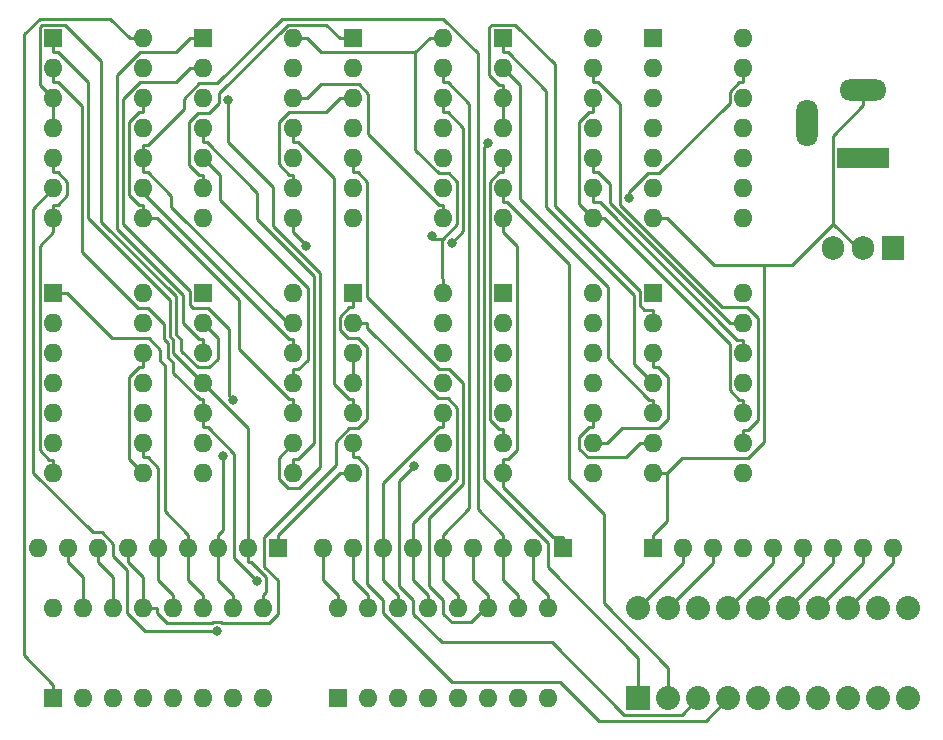
<source format=gbr>
%TF.GenerationSoftware,KiCad,Pcbnew,7.0.7*%
%TF.CreationDate,2023-10-12T01:51:54+03:00*%
%TF.ProjectId,main,6d61696e-2e6b-4696-9361-645f70636258,rev?*%
%TF.SameCoordinates,Original*%
%TF.FileFunction,Copper,L2,Bot*%
%TF.FilePolarity,Positive*%
%FSLAX46Y46*%
G04 Gerber Fmt 4.6, Leading zero omitted, Abs format (unit mm)*
G04 Created by KiCad (PCBNEW 7.0.7) date 2023-10-12 01:51:54*
%MOMM*%
%LPD*%
G01*
G04 APERTURE LIST*
%TA.AperFunction,ComponentPad*%
%ADD10R,4.400000X1.800000*%
%TD*%
%TA.AperFunction,ComponentPad*%
%ADD11O,4.000000X1.800000*%
%TD*%
%TA.AperFunction,ComponentPad*%
%ADD12O,1.800000X4.000000*%
%TD*%
%TA.AperFunction,ComponentPad*%
%ADD13R,1.600000X1.600000*%
%TD*%
%TA.AperFunction,ComponentPad*%
%ADD14O,1.600000X1.600000*%
%TD*%
%TA.AperFunction,ComponentPad*%
%ADD15R,1.905000X2.000000*%
%TD*%
%TA.AperFunction,ComponentPad*%
%ADD16O,1.905000X2.000000*%
%TD*%
%TA.AperFunction,ComponentPad*%
%ADD17R,2.032000X2.032000*%
%TD*%
%TA.AperFunction,ComponentPad*%
%ADD18C,2.032000*%
%TD*%
%TA.AperFunction,ViaPad*%
%ADD19C,0.800000*%
%TD*%
%TA.AperFunction,Conductor*%
%ADD20C,0.250000*%
%TD*%
G04 APERTURE END LIST*
D10*
%TO.P,J1,1*%
%TO.N,Net-(U1-IN)*%
X124460000Y-44450000D03*
D11*
%TO.P,J1,2*%
%TO.N,GND*%
X124460000Y-38650000D03*
D12*
%TO.P,J1,3*%
%TO.N,N/C*%
X119660000Y-41450000D03*
%TD*%
D13*
%TO.P,OR2,1*%
%TO.N,Net-(AND3-Pad3)*%
X93980000Y-55875000D03*
D14*
%TO.P,OR2,2*%
%TO.N,Net-(AND3-Pad6)*%
X93980000Y-58415000D03*
%TO.P,OR2,3*%
%TO.N,/full_adder4/C_{in}*%
X93980000Y-60955000D03*
%TO.P,OR2,4*%
%TO.N,Net-(AND3-Pad8)*%
X93980000Y-63495000D03*
%TO.P,OR2,5*%
%TO.N,Net-(AND3-Pad11)*%
X93980000Y-66035000D03*
%TO.P,OR2,6*%
%TO.N,/full_adder4/C_{out}*%
X93980000Y-68575000D03*
%TO.P,OR2,7,GND*%
%TO.N,GND*%
X93980000Y-71115000D03*
%TO.P,OR2,8*%
%TO.N,/full_adder6/C_{out}*%
X101600000Y-71115000D03*
%TO.P,OR2,9*%
%TO.N,Net-(AND4-Pad3)*%
X101600000Y-68575000D03*
%TO.P,OR2,10*%
%TO.N,Net-(AND4-Pad6)*%
X101600000Y-66035000D03*
%TO.P,OR2,11*%
%TO.N,/full_adder7/C_{out}*%
X101600000Y-63495000D03*
%TO.P,OR2,12*%
%TO.N,Net-(AND4-Pad8)*%
X101600000Y-60955000D03*
%TO.P,OR2,13*%
%TO.N,Net-(AND4-Pad11)*%
X101600000Y-58415000D03*
%TO.P,OR2,14,VCC*%
%TO.N,+5V*%
X101600000Y-55875000D03*
%TD*%
D13*
%TO.P,AND3,1*%
%TO.N,/full_adder3/C_{out}*%
X106680000Y-34295000D03*
D14*
%TO.P,AND3,2*%
%TO.N,Net-(AND3-Pad2)*%
X106680000Y-36835000D03*
%TO.P,AND3,3*%
%TO.N,Net-(AND3-Pad3)*%
X106680000Y-39375000D03*
%TO.P,AND3,4*%
%TO.N,A_{4}*%
X106680000Y-41915000D03*
%TO.P,AND3,5*%
%TO.N,B_{4}*%
X106680000Y-44455000D03*
%TO.P,AND3,6*%
%TO.N,Net-(AND3-Pad6)*%
X106680000Y-46995000D03*
%TO.P,AND3,7,GND*%
%TO.N,GND*%
X106680000Y-49535000D03*
%TO.P,AND3,8*%
%TO.N,Net-(AND3-Pad8)*%
X114300000Y-49535000D03*
%TO.P,AND3,9*%
%TO.N,/full_adder4/C_{in}*%
X114300000Y-46995000D03*
%TO.P,AND3,10*%
%TO.N,Net-(AND3-Pad10)*%
X114300000Y-44455000D03*
%TO.P,AND3,11*%
%TO.N,Net-(AND3-Pad11)*%
X114300000Y-41915000D03*
%TO.P,AND3,12*%
%TO.N,A_{5}*%
X114300000Y-39375000D03*
%TO.P,AND3,13*%
%TO.N,B_{5}*%
X114300000Y-36835000D03*
%TO.P,AND3,14,VCC*%
%TO.N,+5V*%
X114300000Y-34295000D03*
%TD*%
D13*
%TO.P,XOR3,1*%
%TO.N,A_{4}*%
X81280000Y-55875000D03*
D14*
%TO.P,XOR3,2*%
%TO.N,B_{4}*%
X81280000Y-58415000D03*
%TO.P,XOR3,3*%
%TO.N,Net-(AND3-Pad2)*%
X81280000Y-60955000D03*
%TO.P,XOR3,4*%
X81280000Y-63495000D03*
%TO.P,XOR3,5*%
%TO.N,/full_adder3/C_{out}*%
X81280000Y-66035000D03*
%TO.P,XOR3,6*%
%TO.N,C_{4}*%
X81280000Y-68575000D03*
%TO.P,XOR3,7,GND*%
%TO.N,GND*%
X81280000Y-71115000D03*
%TO.P,XOR3,8*%
%TO.N,Net-(AND3-Pad10)*%
X88900000Y-71115000D03*
%TO.P,XOR3,9*%
%TO.N,A_{5}*%
X88900000Y-68575000D03*
%TO.P,XOR3,10*%
%TO.N,B_{5}*%
X88900000Y-66035000D03*
%TO.P,XOR3,11*%
%TO.N,C_{5}*%
X88900000Y-63495000D03*
%TO.P,XOR3,12*%
%TO.N,Net-(AND3-Pad10)*%
X88900000Y-60955000D03*
%TO.P,XOR3,13*%
%TO.N,/full_adder4/C_{in}*%
X88900000Y-58415000D03*
%TO.P,XOR3,14,VCC*%
%TO.N,+5V*%
X88900000Y-55875000D03*
%TD*%
D15*
%TO.P,U1,1,IN*%
%TO.N,Net-(U1-IN)*%
X127000000Y-52070000D03*
D16*
%TO.P,U1,2,GND*%
%TO.N,GND*%
X124460000Y-52070000D03*
%TO.P,U1,3,OUT*%
%TO.N,+5V*%
X121920000Y-52070000D03*
%TD*%
D13*
%TO.P,SW2,1*%
%TO.N,+5V*%
X80010000Y-90170000D03*
D14*
%TO.P,SW2,2*%
X82550000Y-90170000D03*
%TO.P,SW2,3*%
X85090000Y-90170000D03*
%TO.P,SW2,4*%
X87630000Y-90170000D03*
%TO.P,SW2,5*%
X90170000Y-90170000D03*
%TO.P,SW2,6*%
X92710000Y-90170000D03*
%TO.P,SW2,7*%
X95250000Y-90170000D03*
%TO.P,SW2,8*%
X97790000Y-90170000D03*
%TO.P,SW2,9*%
%TO.N,B_{0}*%
X97790000Y-82550000D03*
%TO.P,SW2,10*%
%TO.N,B_{1}*%
X95250000Y-82550000D03*
%TO.P,SW2,11*%
%TO.N,B_{2}*%
X92710000Y-82550000D03*
%TO.P,SW2,12*%
%TO.N,B_{3}*%
X90170000Y-82550000D03*
%TO.P,SW2,13*%
%TO.N,B_{4}*%
X87630000Y-82550000D03*
%TO.P,SW2,14*%
%TO.N,B_{5}*%
X85090000Y-82550000D03*
%TO.P,SW2,15*%
%TO.N,B_{6}*%
X82550000Y-82550000D03*
%TO.P,SW2,16*%
%TO.N,B_{7}*%
X80010000Y-82550000D03*
%TD*%
D13*
%TO.P,RN2,1,common*%
%TO.N,GND*%
X99060000Y-77470000D03*
D14*
%TO.P,RN2,2,R1*%
%TO.N,B_{0}*%
X96520000Y-77470000D03*
%TO.P,RN2,3,R2*%
%TO.N,B_{1}*%
X93980000Y-77470000D03*
%TO.P,RN2,4,R3*%
%TO.N,B_{2}*%
X91440000Y-77470000D03*
%TO.P,RN2,5,R4*%
%TO.N,B_{3}*%
X88900000Y-77470000D03*
%TO.P,RN2,6,R5*%
%TO.N,B_{4}*%
X86360000Y-77470000D03*
%TO.P,RN2,7,R6*%
%TO.N,B_{5}*%
X83820000Y-77470000D03*
%TO.P,RN2,8,R7*%
%TO.N,B_{6}*%
X81280000Y-77470000D03*
%TO.P,RN2,9,R8*%
%TO.N,B_{7}*%
X78740000Y-77470000D03*
%TD*%
D13*
%TO.P,OR1,1*%
%TO.N,Net-(AND1-Pad3)*%
X68580000Y-34290000D03*
D14*
%TO.P,OR1,2*%
%TO.N,Net-(AND1-Pad6)*%
X68580000Y-36830000D03*
%TO.P,OR1,3*%
%TO.N,/full_adder/C_{out}*%
X68580000Y-39370000D03*
%TO.P,OR1,4*%
%TO.N,Net-(AND1-Pad8)*%
X68580000Y-41910000D03*
%TO.P,OR1,5*%
%TO.N,Net-(AND1-Pad11)*%
X68580000Y-44450000D03*
%TO.P,OR1,6*%
%TO.N,/full_adder1/C_{out}*%
X68580000Y-46990000D03*
%TO.P,OR1,7,GND*%
%TO.N,GND*%
X68580000Y-49530000D03*
%TO.P,OR1,8*%
%TO.N,/full_adder2/C_{out}*%
X76200000Y-49530000D03*
%TO.P,OR1,9*%
%TO.N,Net-(AND2-Pad3)*%
X76200000Y-46990000D03*
%TO.P,OR1,10*%
%TO.N,Net-(AND2-Pad6)*%
X76200000Y-44450000D03*
%TO.P,OR1,11*%
%TO.N,/full_adder3/C_{out}*%
X76200000Y-41910000D03*
%TO.P,OR1,12*%
%TO.N,Net-(AND2-Pad8)*%
X76200000Y-39370000D03*
%TO.P,OR1,13*%
%TO.N,Net-(AND2-Pad11)*%
X76200000Y-36830000D03*
%TO.P,OR1,14,VCC*%
%TO.N,+5V*%
X76200000Y-34290000D03*
%TD*%
D13*
%TO.P,SW1,1*%
%TO.N,+5V*%
X55880000Y-90170000D03*
D14*
%TO.P,SW1,2*%
X58420000Y-90170000D03*
%TO.P,SW1,3*%
X60960000Y-90170000D03*
%TO.P,SW1,4*%
X63500000Y-90170000D03*
%TO.P,SW1,5*%
X66040000Y-90170000D03*
%TO.P,SW1,6*%
X68580000Y-90170000D03*
%TO.P,SW1,7*%
X71120000Y-90170000D03*
%TO.P,SW1,8*%
X73660000Y-90170000D03*
%TO.P,SW1,9*%
%TO.N,A_{0}*%
X73660000Y-82550000D03*
%TO.P,SW1,10*%
%TO.N,A_{1}*%
X71120000Y-82550000D03*
%TO.P,SW1,11*%
%TO.N,A_{2}*%
X68580000Y-82550000D03*
%TO.P,SW1,12*%
%TO.N,A_{3}*%
X66040000Y-82550000D03*
%TO.P,SW1,13*%
%TO.N,A_{4}*%
X63500000Y-82550000D03*
%TO.P,SW1,14*%
%TO.N,A_{5}*%
X60960000Y-82550000D03*
%TO.P,SW1,15*%
%TO.N,A_{6}*%
X58420000Y-82550000D03*
%TO.P,SW1,16*%
%TO.N,A_{7}*%
X55880000Y-82550000D03*
%TD*%
D13*
%TO.P,RN1,1,common*%
%TO.N,GND*%
X74930000Y-77470000D03*
D14*
%TO.P,RN1,2,R1*%
%TO.N,A_{0}*%
X72390000Y-77470000D03*
%TO.P,RN1,3,R2*%
%TO.N,A_{1}*%
X69850000Y-77470000D03*
%TO.P,RN1,4,R3*%
%TO.N,A_{2}*%
X67310000Y-77470000D03*
%TO.P,RN1,5,R4*%
%TO.N,A_{3}*%
X64770000Y-77470000D03*
%TO.P,RN1,6,R5*%
%TO.N,A_{4}*%
X62230000Y-77470000D03*
%TO.P,RN1,7,R6*%
%TO.N,A_{5}*%
X59690000Y-77470000D03*
%TO.P,RN1,8,R7*%
%TO.N,A_{6}*%
X57150000Y-77470000D03*
%TO.P,RN1,9,R8*%
%TO.N,A_{7}*%
X54610000Y-77470000D03*
%TD*%
D13*
%TO.P,XOR2,1*%
%TO.N,A_{2}*%
X55880000Y-55880000D03*
D14*
%TO.P,XOR2,2*%
%TO.N,B_{2}*%
X55880000Y-58420000D03*
%TO.P,XOR2,3*%
%TO.N,Net-(AND2-Pad2)*%
X55880000Y-60960000D03*
%TO.P,XOR2,4*%
X55880000Y-63500000D03*
%TO.P,XOR2,5*%
%TO.N,/full_adder1/C_{out}*%
X55880000Y-66040000D03*
%TO.P,XOR2,6*%
%TO.N,C_{2}*%
X55880000Y-68580000D03*
%TO.P,XOR2,7,GND*%
%TO.N,GND*%
X55880000Y-71120000D03*
%TO.P,XOR2,8*%
%TO.N,Net-(AND2-Pad10)*%
X63500000Y-71120000D03*
%TO.P,XOR2,9*%
%TO.N,A_{3}*%
X63500000Y-68580000D03*
%TO.P,XOR2,10*%
%TO.N,B_{3}*%
X63500000Y-66040000D03*
%TO.P,XOR2,11*%
%TO.N,C_{3}*%
X63500000Y-63500000D03*
%TO.P,XOR2,12*%
%TO.N,Net-(AND2-Pad10)*%
X63500000Y-60960000D03*
%TO.P,XOR2,13*%
%TO.N,/full_adder2/C_{out}*%
X63500000Y-58420000D03*
%TO.P,XOR2,14,VCC*%
%TO.N,+5V*%
X63500000Y-55880000D03*
%TD*%
D17*
%TO.P,BAR1,1,A*%
%TO.N,C_{7}*%
X105410000Y-90170000D03*
D18*
%TO.P,BAR1,2,A*%
%TO.N,C_{6}*%
X107950000Y-90170000D03*
%TO.P,BAR1,3,A*%
%TO.N,C_{5}*%
X110490000Y-90170000D03*
%TO.P,BAR1,4,A*%
%TO.N,C_{4}*%
X113030000Y-90170000D03*
%TO.P,BAR1,5,A*%
%TO.N,C_{3}*%
X115570000Y-90170000D03*
%TO.P,BAR1,6,A*%
%TO.N,C_{2}*%
X118110000Y-90170000D03*
%TO.P,BAR1,7,A*%
%TO.N,C_{1}*%
X120650000Y-90170000D03*
%TO.P,BAR1,8,A*%
%TO.N,C_{0}*%
X123190000Y-90170000D03*
%TO.P,BAR1,9,A*%
%TO.N,unconnected-(BAR1-A-Pad9)*%
X125730000Y-90170000D03*
%TO.P,BAR1,10,A*%
%TO.N,unconnected-(BAR1-A-Pad10)*%
X128270000Y-90170000D03*
%TO.P,BAR1,11,K*%
%TO.N,unconnected-(BAR1-K-Pad11)*%
X128270000Y-82550000D03*
%TO.P,BAR1,12,K*%
%TO.N,unconnected-(BAR1-K-Pad12)*%
X125730000Y-82550000D03*
%TO.P,BAR1,13,K*%
%TO.N,Net-(RN3-R8)*%
X123190000Y-82550000D03*
%TO.P,BAR1,14,K*%
%TO.N,Net-(RN3-R7)*%
X120650000Y-82550000D03*
%TO.P,BAR1,15,K*%
%TO.N,Net-(RN3-R6)*%
X118110000Y-82550000D03*
%TO.P,BAR1,16,K*%
%TO.N,Net-(RN3-R5)*%
X115570000Y-82550000D03*
%TO.P,BAR1,17,K*%
%TO.N,Net-(RN3-R4)*%
X113030000Y-82550000D03*
%TO.P,BAR1,18,K*%
%TO.N,Net-(RN3-R3)*%
X110490000Y-82550000D03*
%TO.P,BAR1,19,K*%
%TO.N,Net-(RN3-R2)*%
X107950000Y-82550000D03*
%TO.P,BAR1,20,K*%
%TO.N,Net-(RN3-R1)*%
X105410000Y-82550000D03*
%TD*%
D13*
%TO.P,XOR4,1*%
%TO.N,A_{6}*%
X93980000Y-34290000D03*
D14*
%TO.P,XOR4,2*%
%TO.N,B_{6}*%
X93980000Y-36830000D03*
%TO.P,XOR4,3*%
%TO.N,Net-(AND4-Pad2)*%
X93980000Y-39370000D03*
%TO.P,XOR4,4*%
X93980000Y-41910000D03*
%TO.P,XOR4,5*%
%TO.N,/full_adder4/C_{out}*%
X93980000Y-44450000D03*
%TO.P,XOR4,6*%
%TO.N,C_{6}*%
X93980000Y-46990000D03*
%TO.P,XOR4,7,GND*%
%TO.N,GND*%
X93980000Y-49530000D03*
%TO.P,XOR4,8*%
%TO.N,Net-(AND4-Pad10)*%
X101600000Y-49530000D03*
%TO.P,XOR4,9*%
%TO.N,A_{7}*%
X101600000Y-46990000D03*
%TO.P,XOR4,10*%
%TO.N,B_{7}*%
X101600000Y-44450000D03*
%TO.P,XOR4,11*%
%TO.N,C_{7}*%
X101600000Y-41910000D03*
%TO.P,XOR4,12*%
%TO.N,Net-(AND4-Pad10)*%
X101600000Y-39370000D03*
%TO.P,XOR4,13*%
%TO.N,/full_adder6/C_{out}*%
X101600000Y-36830000D03*
%TO.P,XOR4,14,VCC*%
%TO.N,+5V*%
X101600000Y-34290000D03*
%TD*%
D13*
%TO.P,RN3,1,common*%
%TO.N,GND*%
X106680000Y-77470000D03*
D14*
%TO.P,RN3,2,R1*%
%TO.N,Net-(RN3-R1)*%
X109220000Y-77470000D03*
%TO.P,RN3,3,R2*%
%TO.N,Net-(RN3-R2)*%
X111760000Y-77470000D03*
%TO.P,RN3,4,R3*%
%TO.N,Net-(RN3-R3)*%
X114300000Y-77470000D03*
%TO.P,RN3,5,R4*%
%TO.N,Net-(RN3-R4)*%
X116840000Y-77470000D03*
%TO.P,RN3,6,R5*%
%TO.N,Net-(RN3-R5)*%
X119380000Y-77470000D03*
%TO.P,RN3,7,R6*%
%TO.N,Net-(RN3-R6)*%
X121920000Y-77470000D03*
%TO.P,RN3,8,R7*%
%TO.N,Net-(RN3-R7)*%
X124460000Y-77470000D03*
%TO.P,RN3,9,R8*%
%TO.N,Net-(RN3-R8)*%
X127000000Y-77470000D03*
%TD*%
D13*
%TO.P,XOR1,1*%
%TO.N,A_{0}*%
X55880000Y-34290000D03*
D14*
%TO.P,XOR1,2*%
%TO.N,B_{0}*%
X55880000Y-36830000D03*
%TO.P,XOR1,3*%
%TO.N,Net-(AND1-Pad2)*%
X55880000Y-39370000D03*
%TO.P,XOR1,4*%
X55880000Y-41910000D03*
%TO.P,XOR1,5*%
%TO.N,GND*%
X55880000Y-44450000D03*
%TO.P,XOR1,6*%
%TO.N,C_{0}*%
X55880000Y-46990000D03*
%TO.P,XOR1,7,GND*%
%TO.N,GND*%
X55880000Y-49530000D03*
%TO.P,XOR1,8*%
%TO.N,Net-(AND1-Pad10)*%
X63500000Y-49530000D03*
%TO.P,XOR1,9*%
%TO.N,A_{1}*%
X63500000Y-46990000D03*
%TO.P,XOR1,10*%
%TO.N,B_{1}*%
X63500000Y-44450000D03*
%TO.P,XOR1,11*%
%TO.N,C_{1}*%
X63500000Y-41910000D03*
%TO.P,XOR1,12*%
%TO.N,Net-(AND1-Pad10)*%
X63500000Y-39370000D03*
%TO.P,XOR1,13*%
%TO.N,/full_adder/C_{out}*%
X63500000Y-36830000D03*
%TO.P,XOR1,14,VCC*%
%TO.N,+5V*%
X63500000Y-34290000D03*
%TD*%
D13*
%TO.P,AND1,1*%
%TO.N,GND*%
X68580000Y-55875000D03*
D14*
%TO.P,AND1,2*%
%TO.N,Net-(AND1-Pad2)*%
X68580000Y-58415000D03*
%TO.P,AND1,3*%
%TO.N,Net-(AND1-Pad3)*%
X68580000Y-60955000D03*
%TO.P,AND1,4*%
%TO.N,A_{0}*%
X68580000Y-63495000D03*
%TO.P,AND1,5*%
%TO.N,B_{0}*%
X68580000Y-66035000D03*
%TO.P,AND1,6*%
%TO.N,Net-(AND1-Pad6)*%
X68580000Y-68575000D03*
%TO.P,AND1,7,GND*%
%TO.N,GND*%
X68580000Y-71115000D03*
%TO.P,AND1,8*%
%TO.N,Net-(AND1-Pad8)*%
X76200000Y-71115000D03*
%TO.P,AND1,9*%
%TO.N,/full_adder/C_{out}*%
X76200000Y-68575000D03*
%TO.P,AND1,10*%
%TO.N,Net-(AND1-Pad10)*%
X76200000Y-66035000D03*
%TO.P,AND1,11*%
%TO.N,Net-(AND1-Pad11)*%
X76200000Y-63495000D03*
%TO.P,AND1,12*%
%TO.N,A_{1}*%
X76200000Y-60955000D03*
%TO.P,AND1,13*%
%TO.N,B_{1}*%
X76200000Y-58415000D03*
%TO.P,AND1,14,VCC*%
%TO.N,+5V*%
X76200000Y-55875000D03*
%TD*%
D13*
%TO.P,AND4,1*%
%TO.N,/full_adder4/C_{out}*%
X106680000Y-55880000D03*
D14*
%TO.P,AND4,2*%
%TO.N,Net-(AND4-Pad2)*%
X106680000Y-58420000D03*
%TO.P,AND4,3*%
%TO.N,Net-(AND4-Pad3)*%
X106680000Y-60960000D03*
%TO.P,AND4,4*%
%TO.N,A_{6}*%
X106680000Y-63500000D03*
%TO.P,AND4,5*%
%TO.N,B_{6}*%
X106680000Y-66040000D03*
%TO.P,AND4,6*%
%TO.N,Net-(AND4-Pad6)*%
X106680000Y-68580000D03*
%TO.P,AND4,7,GND*%
%TO.N,GND*%
X106680000Y-71120000D03*
%TO.P,AND4,8*%
%TO.N,Net-(AND4-Pad8)*%
X114300000Y-71120000D03*
%TO.P,AND4,9*%
%TO.N,/full_adder6/C_{out}*%
X114300000Y-68580000D03*
%TO.P,AND4,10*%
%TO.N,Net-(AND4-Pad10)*%
X114300000Y-66040000D03*
%TO.P,AND4,11*%
%TO.N,Net-(AND4-Pad11)*%
X114300000Y-63500000D03*
%TO.P,AND4,12*%
%TO.N,A_{7}*%
X114300000Y-60960000D03*
%TO.P,AND4,13*%
%TO.N,B_{7}*%
X114300000Y-58420000D03*
%TO.P,AND4,14,VCC*%
%TO.N,+5V*%
X114300000Y-55880000D03*
%TD*%
D13*
%TO.P,AND2,1*%
%TO.N,/full_adder1/C_{out}*%
X81280000Y-34290000D03*
D14*
%TO.P,AND2,2*%
%TO.N,Net-(AND2-Pad2)*%
X81280000Y-36830000D03*
%TO.P,AND2,3*%
%TO.N,Net-(AND2-Pad3)*%
X81280000Y-39370000D03*
%TO.P,AND2,4*%
%TO.N,A_{2}*%
X81280000Y-41910000D03*
%TO.P,AND2,5*%
%TO.N,B_{2}*%
X81280000Y-44450000D03*
%TO.P,AND2,6*%
%TO.N,Net-(AND2-Pad6)*%
X81280000Y-46990000D03*
%TO.P,AND2,7,GND*%
%TO.N,GND*%
X81280000Y-49530000D03*
%TO.P,AND2,8*%
%TO.N,Net-(AND2-Pad8)*%
X88900000Y-49530000D03*
%TO.P,AND2,9*%
%TO.N,/full_adder2/C_{out}*%
X88900000Y-46990000D03*
%TO.P,AND2,10*%
%TO.N,Net-(AND2-Pad10)*%
X88900000Y-44450000D03*
%TO.P,AND2,11*%
%TO.N,Net-(AND2-Pad11)*%
X88900000Y-41910000D03*
%TO.P,AND2,12*%
%TO.N,A_{3}*%
X88900000Y-39370000D03*
%TO.P,AND2,13*%
%TO.N,B_{3}*%
X88900000Y-36830000D03*
%TO.P,AND2,14,VCC*%
%TO.N,+5V*%
X88900000Y-34290000D03*
%TD*%
D19*
%TO.N,B_{0}*%
X73086400Y-80215700D03*
%TO.N,Net-(AND1-Pad6)*%
X71102900Y-64902400D03*
%TO.N,/full_adder/C_{out}*%
X70673200Y-39505500D03*
%TO.N,A_{1}*%
X70220600Y-69633800D03*
%TO.N,+5V*%
X87915800Y-51011900D03*
%TO.N,/full_adder2/C_{out}*%
X77291900Y-51839200D03*
%TO.N,A_{3}*%
X89585800Y-51629800D03*
%TO.N,B_{5}*%
X104626400Y-47793300D03*
%TO.N,C_{0}*%
X69731500Y-84442200D03*
%TO.N,C_{5}*%
X86415000Y-70457400D03*
%TO.N,C_{7}*%
X92666600Y-43180000D03*
%TD*%
D20*
%TO.N,GND*%
X106680000Y-49535000D02*
X107856900Y-49535000D01*
X56245800Y-45626900D02*
X57057000Y-46438100D01*
X55880000Y-48941500D02*
X55880000Y-48353100D01*
X106680000Y-77470000D02*
X106680000Y-76293100D01*
X57057000Y-47543900D02*
X56247800Y-48353100D01*
X94345800Y-69938100D02*
X93980000Y-69938100D01*
X114704300Y-69850000D02*
X116058400Y-68495900D01*
X99060000Y-76501000D02*
X98189100Y-76501000D01*
X98189100Y-76501000D02*
X93980000Y-72291900D01*
X56247800Y-48353100D02*
X55880000Y-48353100D01*
X124460000Y-38650000D02*
X124460000Y-39926900D01*
X55880000Y-69943100D02*
X55512100Y-69943100D01*
X54703100Y-69134100D02*
X54703100Y-51883800D01*
X107856900Y-75116200D02*
X107856900Y-71120000D01*
X55880000Y-49530000D02*
X55880000Y-50706900D01*
X107856900Y-71120000D02*
X109126900Y-69850000D01*
X57057000Y-46438100D02*
X57057000Y-47543900D01*
X116058400Y-53480000D02*
X111801900Y-53480000D01*
X80103100Y-71120000D02*
X80103100Y-71115000D01*
X118367800Y-53480000D02*
X116058400Y-53480000D01*
X99060000Y-77470000D02*
X99060000Y-76501000D01*
X55880000Y-71120000D02*
X55880000Y-69943100D01*
X95156900Y-69127000D02*
X94345800Y-69938100D01*
X121876800Y-49971000D02*
X118367800Y-53480000D01*
X93980000Y-49530000D02*
X93980000Y-50706900D01*
X121876800Y-42510100D02*
X124460000Y-39926900D01*
X54703100Y-51883800D02*
X55880000Y-50706900D01*
X124460000Y-52070000D02*
X123975800Y-52070000D01*
X116058400Y-68495900D02*
X116058400Y-53480000D01*
X106680000Y-71120000D02*
X107856900Y-71120000D01*
X81280000Y-71115000D02*
X80103100Y-71115000D01*
X111801900Y-53480000D02*
X107856900Y-49535000D01*
X93980000Y-71115000D02*
X93980000Y-72291900D01*
X55880000Y-44450000D02*
X55880000Y-45626900D01*
X121876800Y-49971000D02*
X121876800Y-42510100D01*
X95156900Y-51883800D02*
X95156900Y-69127000D01*
X55880000Y-45626900D02*
X56245800Y-45626900D01*
X74930000Y-77470000D02*
X74930000Y-76293100D01*
X93980000Y-50706900D02*
X95156900Y-51883800D01*
X55512100Y-69943100D02*
X54703100Y-69134100D01*
X109126900Y-69850000D02*
X114704300Y-69850000D01*
X93980000Y-71115000D02*
X93980000Y-69938100D01*
X123975800Y-52070000D02*
X121876800Y-49971000D01*
X74930000Y-76293100D02*
X80103100Y-71120000D01*
X55880000Y-48941500D02*
X55880000Y-49530000D01*
X106680000Y-76293100D02*
X107856900Y-75116200D01*
%TO.N,Net-(AND1-Pad2)*%
X55880000Y-39370000D02*
X55880000Y-41910000D01*
X69065900Y-62149800D02*
X69781100Y-61434600D01*
X66720300Y-59796500D02*
X66720300Y-60767400D01*
X54701800Y-33328700D02*
X54917400Y-33113100D01*
X68102700Y-62149800D02*
X69065900Y-62149800D01*
X54917400Y-33113100D02*
X56837300Y-33113100D01*
X59919500Y-36195300D02*
X59919500Y-49797500D01*
X69781100Y-59616100D02*
X68580000Y-58415000D01*
X66720300Y-60767400D02*
X68102700Y-62149800D01*
X54701800Y-38191800D02*
X54701800Y-33328700D01*
X55880000Y-39370000D02*
X54701800Y-38191800D01*
X69781100Y-61434600D02*
X69781100Y-59616100D01*
X59919500Y-49797500D02*
X66218500Y-56096500D01*
X56837300Y-33113100D02*
X59919500Y-36195300D01*
X66218500Y-59294700D02*
X66720300Y-59796500D01*
X66218500Y-56096500D02*
X66218500Y-59294700D01*
%TO.N,Net-(AND1-Pad3)*%
X63183700Y-35466900D02*
X61251300Y-37399300D01*
X61251300Y-37399300D02*
X61251300Y-50410800D01*
X68580000Y-60955000D02*
X68580000Y-59778100D01*
X67403100Y-34290000D02*
X66226200Y-35466900D01*
X68580000Y-34290000D02*
X67403100Y-34290000D01*
X66226200Y-35466900D02*
X63183700Y-35466900D01*
X61251300Y-50410800D02*
X66878800Y-56038300D01*
X66878800Y-58421300D02*
X68235600Y-59778100D01*
X66878800Y-56038300D02*
X66878800Y-58421300D01*
X68235600Y-59778100D02*
X68580000Y-59778100D01*
%TO.N,A_{0}*%
X72637200Y-78646900D02*
X72390000Y-78646900D01*
X72390000Y-77470000D02*
X72390000Y-78646900D01*
X58775600Y-37994700D02*
X58775600Y-49491300D01*
X73888200Y-81144900D02*
X73888200Y-79897900D01*
X55880000Y-34290000D02*
X55880000Y-35466900D01*
X55880000Y-35466900D02*
X56247800Y-35466900D01*
X73660000Y-81373100D02*
X73888200Y-81144900D01*
X73660000Y-82550000D02*
X73660000Y-81373100D01*
X72390000Y-77470000D02*
X72390000Y-67305000D01*
X72390000Y-67305000D02*
X68580000Y-63495000D01*
X73888200Y-79897900D02*
X72637200Y-78646900D01*
X65716500Y-56432200D02*
X65716500Y-59502600D01*
X66041700Y-59827800D02*
X66041700Y-60956700D01*
X66041700Y-60956700D02*
X68580000Y-63495000D01*
X56247800Y-35466900D02*
X58775600Y-37994700D01*
X65716500Y-59502600D02*
X66041700Y-59827800D01*
X58775600Y-49491300D02*
X65716500Y-56432200D01*
%TO.N,B_{0}*%
X96520000Y-80103100D02*
X97790000Y-81373100D01*
X56245800Y-38006900D02*
X58267800Y-40028900D01*
X66041600Y-61761200D02*
X66041600Y-62637100D01*
X55880000Y-36830000D02*
X55880000Y-38006900D01*
X55880000Y-38006900D02*
X56245800Y-38006900D01*
X65539700Y-61259300D02*
X66041600Y-61761200D01*
X66041600Y-62637100D02*
X68262600Y-64858100D01*
X71186100Y-78315400D02*
X73086400Y-80215700D01*
X68262600Y-64858100D02*
X68580000Y-64858100D01*
X65539700Y-60035600D02*
X65539700Y-61259300D01*
X68580000Y-66035000D02*
X68580000Y-64858100D01*
X97790000Y-82550000D02*
X97790000Y-81373100D01*
X96520000Y-77470000D02*
X96520000Y-80103100D01*
X58267800Y-52394100D02*
X63023700Y-57150000D01*
X68945800Y-67211900D02*
X71186100Y-69452200D01*
X63023700Y-57150000D02*
X63922600Y-57150000D01*
X65214600Y-58442000D02*
X65214600Y-59710500D01*
X68580000Y-67211900D02*
X68945800Y-67211900D01*
X63922600Y-57150000D02*
X65214600Y-58442000D01*
X68580000Y-66035000D02*
X68580000Y-67211900D01*
X58267800Y-40028900D02*
X58267800Y-52394100D01*
X71186100Y-69452200D02*
X71186100Y-78315400D01*
X65214600Y-59710500D02*
X65539700Y-60035600D01*
%TO.N,Net-(AND1-Pad6)*%
X61777600Y-39423700D02*
X61777600Y-50016700D01*
X68580000Y-36830000D02*
X67403100Y-36830000D01*
X61777600Y-50016700D02*
X67403100Y-55642200D01*
X66226200Y-38006900D02*
X63194400Y-38006900D01*
X68995400Y-57145000D02*
X70771500Y-58921100D01*
X67403100Y-56831000D02*
X67717100Y-57145000D01*
X67403100Y-36830000D02*
X66226200Y-38006900D01*
X70771500Y-58921100D02*
X70771500Y-64571000D01*
X70771500Y-64571000D02*
X71102900Y-64902400D01*
X63194400Y-38006900D02*
X61777600Y-39423700D01*
X67403100Y-55642200D02*
X67403100Y-56831000D01*
X67717100Y-57145000D02*
X68995400Y-57145000D01*
%TO.N,Net-(AND1-Pad8)*%
X73142000Y-49617700D02*
X73142000Y-47346400D01*
X68580000Y-41910000D02*
X68580000Y-43086900D01*
X77923700Y-54399400D02*
X73142000Y-49617700D01*
X76567800Y-69938100D02*
X77923700Y-68582200D01*
X77923700Y-68582200D02*
X77923700Y-54399400D01*
X73142000Y-47346400D02*
X68882500Y-43086900D01*
X76200000Y-71115000D02*
X76200000Y-69938100D01*
X68882500Y-43086900D02*
X68580000Y-43086900D01*
X76200000Y-69938100D02*
X76567800Y-69938100D01*
%TO.N,/full_adder/C_{out}*%
X74479900Y-50174600D02*
X74479900Y-46871900D01*
X74981300Y-69793700D02*
X74981300Y-71567600D01*
X78450300Y-54145000D02*
X74479900Y-50174600D01*
X76703400Y-72359800D02*
X78450300Y-70612900D01*
X78450300Y-70612900D02*
X78450300Y-54145000D01*
X74479900Y-46871900D02*
X70673200Y-43065200D01*
X74981300Y-71567600D02*
X75773500Y-72359800D01*
X76200000Y-68575000D02*
X74981300Y-69793700D01*
X75773500Y-72359800D02*
X76703400Y-72359800D01*
X70673200Y-43065200D02*
X70673200Y-39505500D01*
%TO.N,Net-(AND1-Pad10)*%
X71596700Y-60622700D02*
X75832100Y-64858100D01*
X75832100Y-64858100D02*
X76200000Y-64858100D01*
X63500000Y-48353100D02*
X63136400Y-48353100D01*
X63132200Y-40546900D02*
X63500000Y-40546900D01*
X62303800Y-47520500D02*
X62303800Y-41375300D01*
X71596700Y-56449800D02*
X71596700Y-60622700D01*
X63500000Y-39370000D02*
X63500000Y-40546900D01*
X76200000Y-66035000D02*
X76200000Y-64858100D01*
X62303800Y-41375300D02*
X63132200Y-40546900D01*
X63500000Y-49530000D02*
X64676900Y-49530000D01*
X64676900Y-49530000D02*
X71596700Y-56449800D01*
X63500000Y-49530000D02*
X63500000Y-48353100D01*
X63136400Y-48353100D02*
X62303800Y-47520500D01*
%TO.N,Net-(AND1-Pad11)*%
X76200000Y-62318100D02*
X76567800Y-62318100D01*
X76200000Y-63495000D02*
X76200000Y-62318100D01*
X77398600Y-61487300D02*
X77398600Y-55409300D01*
X76567800Y-62318100D02*
X77398600Y-61487300D01*
X77398600Y-55409300D02*
X69944600Y-47955300D01*
X69944600Y-47955300D02*
X69944600Y-45814600D01*
X69944600Y-45814600D02*
X68580000Y-44450000D01*
%TO.N,A_{1}*%
X69850000Y-76293100D02*
X70220600Y-75922500D01*
X76200000Y-60955000D02*
X76200000Y-59778100D01*
X63500000Y-47413700D02*
X63500000Y-46990000D01*
X71120000Y-82550000D02*
X71120000Y-81373100D01*
X76200000Y-59778100D02*
X75864400Y-59778100D01*
X69850000Y-77470000D02*
X69850000Y-80103100D01*
X70220600Y-75922500D02*
X70220600Y-69633800D01*
X69850000Y-77470000D02*
X69850000Y-76293100D01*
X69850000Y-80103100D02*
X71120000Y-81373100D01*
X75864400Y-59778100D02*
X63500000Y-47413700D01*
%TO.N,B_{1}*%
X65830400Y-48527700D02*
X65830400Y-47591500D01*
X75233100Y-32610400D02*
X69743500Y-38100000D01*
X66892000Y-40246900D02*
X63865800Y-43273100D01*
X88898700Y-32610400D02*
X75233100Y-32610400D01*
X66892000Y-39381500D02*
X66892000Y-40246900D01*
X93980000Y-76293100D02*
X91797400Y-74110500D01*
X68173500Y-38100000D02*
X66892000Y-39381500D01*
X69743500Y-38100000D02*
X68173500Y-38100000D01*
X63500000Y-44450000D02*
X63500000Y-43273100D01*
X95250000Y-81373100D02*
X93980000Y-80103100D01*
X93980000Y-77470000D02*
X93980000Y-76293100D01*
X63865800Y-43273100D02*
X63500000Y-43273100D01*
X63500000Y-44450000D02*
X63500000Y-45626900D01*
X93980000Y-80103100D02*
X93980000Y-77470000D01*
X95250000Y-81961500D02*
X95250000Y-82550000D01*
X91797400Y-35509100D02*
X88898700Y-32610400D01*
X75717700Y-58415000D02*
X65830400Y-48527700D01*
X63865800Y-45626900D02*
X63500000Y-45626900D01*
X91797400Y-74110500D02*
X91797400Y-35509100D01*
X65830400Y-47591500D02*
X63865800Y-45626900D01*
X76200000Y-58415000D02*
X75717700Y-58415000D01*
X95250000Y-81961500D02*
X95250000Y-81373100D01*
%TO.N,+5V*%
X88900000Y-34290000D02*
X87723100Y-34290000D01*
X88883800Y-51233200D02*
X88795300Y-51233200D01*
X53380200Y-86493300D02*
X55880000Y-88993100D01*
X90082300Y-50034700D02*
X88883800Y-51233200D01*
X62323100Y-34290000D02*
X60644300Y-32611200D01*
X63500000Y-34290000D02*
X62323100Y-34290000D01*
X88795300Y-51233200D02*
X88137100Y-51233200D01*
X55880000Y-90170000D02*
X55880000Y-88993100D01*
X88795300Y-51233200D02*
X88795300Y-54593400D01*
X88900000Y-55875000D02*
X88900000Y-54698100D01*
X76200000Y-34290000D02*
X77376900Y-34290000D01*
X86532500Y-35480600D02*
X87723100Y-34290000D01*
X90082300Y-46421200D02*
X90082300Y-50034700D01*
X86532500Y-35480600D02*
X86532500Y-43764000D01*
X86532500Y-43764000D02*
X88488500Y-45720000D01*
X88488500Y-45720000D02*
X89381100Y-45720000D01*
X53380200Y-33940500D02*
X53380200Y-86493300D01*
X60644300Y-32611200D02*
X54709500Y-32611200D01*
X77376900Y-34290000D02*
X78567500Y-35480600D01*
X88795300Y-54593400D02*
X88900000Y-54698100D01*
X78567500Y-35480600D02*
X86532500Y-35480600D01*
X54709500Y-32611200D02*
X53380200Y-33940500D01*
X88137100Y-51233200D02*
X87915800Y-51011900D01*
X89381100Y-45720000D02*
X90082300Y-46421200D01*
%TO.N,/full_adder1/C_{out}*%
X67392400Y-41398200D02*
X68150600Y-40640000D01*
X78926200Y-33113100D02*
X80103100Y-34290000D01*
X68580000Y-45813100D02*
X68214200Y-45813100D01*
X68214200Y-45813100D02*
X67392400Y-44991300D01*
X69896300Y-38925400D02*
X75708600Y-33113100D01*
X81280000Y-34290000D02*
X80103100Y-34290000D01*
X67392400Y-44991300D02*
X67392400Y-41398200D01*
X68580000Y-46990000D02*
X68580000Y-45813100D01*
X69026800Y-40640000D02*
X69896300Y-39770500D01*
X69896300Y-39770500D02*
X69896300Y-38925400D01*
X68150600Y-40640000D02*
X69026800Y-40640000D01*
X75708600Y-33113100D02*
X78926200Y-33113100D01*
%TO.N,Net-(AND2-Pad3)*%
X80103100Y-39370000D02*
X78926200Y-40546900D01*
X74980300Y-41396600D02*
X74980300Y-44959200D01*
X76200000Y-46990000D02*
X76200000Y-45813100D01*
X75830000Y-40546900D02*
X74980300Y-41396600D01*
X75834200Y-45813100D02*
X76200000Y-45813100D01*
X78926200Y-40546900D02*
X75830000Y-40546900D01*
X81280000Y-39370000D02*
X80103100Y-39370000D01*
X74980300Y-44959200D02*
X75834200Y-45813100D01*
%TO.N,A_{2}*%
X63963000Y-59690000D02*
X60866900Y-59690000D01*
X67310000Y-76293100D02*
X65289600Y-74272700D01*
X67310000Y-77470000D02*
X67310000Y-76293100D01*
X67310000Y-80103100D02*
X67310000Y-77470000D01*
X64939800Y-60666800D02*
X63963000Y-59690000D01*
X55880000Y-55880000D02*
X57056900Y-55880000D01*
X60866900Y-59690000D02*
X57056900Y-55880000D01*
X68580000Y-82550000D02*
X68580000Y-81373100D01*
X65289600Y-61969300D02*
X64939800Y-61619500D01*
X64939800Y-61619500D02*
X64939800Y-60666800D01*
X65289600Y-74272700D02*
X65289600Y-61969300D01*
X68580000Y-81373100D02*
X67310000Y-80103100D01*
%TO.N,B_{2}*%
X88524400Y-62275000D02*
X82456900Y-56207500D01*
X87717700Y-80692700D02*
X87717700Y-74864400D01*
X92710000Y-82255700D02*
X91236500Y-83729200D01*
X90585600Y-63489900D02*
X89370700Y-62275000D01*
X91236500Y-83729200D02*
X89629200Y-83729200D01*
X92710000Y-82550000D02*
X92710000Y-82255700D01*
X91440000Y-77470000D02*
X91440000Y-80103100D01*
X89629200Y-83729200D02*
X88900000Y-83000000D01*
X88900000Y-81875000D02*
X87717700Y-80692700D01*
X82456900Y-46435900D02*
X81647900Y-45626900D01*
X91440000Y-80103100D02*
X92710000Y-81373100D01*
X90585600Y-71996500D02*
X90585600Y-63489900D01*
X89370700Y-62275000D02*
X88524400Y-62275000D01*
X81647900Y-45626900D02*
X81280000Y-45626900D01*
X88900000Y-83000000D02*
X88900000Y-81875000D01*
X87717700Y-74864400D02*
X90585600Y-71996500D01*
X92710000Y-82255700D02*
X92710000Y-81373100D01*
X82456900Y-56207500D02*
X82456900Y-46435900D01*
X81280000Y-44450000D02*
X81280000Y-45626900D01*
%TO.N,Net-(AND2-Pad8)*%
X78559200Y-38187700D02*
X81764200Y-38187700D01*
X77376900Y-39370000D02*
X78559200Y-38187700D01*
X76200000Y-39370000D02*
X77376900Y-39370000D01*
X81764200Y-38187700D02*
X82543200Y-38966700D01*
X82543200Y-38966700D02*
X82543200Y-42362100D01*
X88900000Y-49530000D02*
X88900000Y-48353100D01*
X82543200Y-42362100D02*
X88534200Y-48353100D01*
X88534200Y-48353100D02*
X88900000Y-48353100D01*
%TO.N,/full_adder2/C_{out}*%
X76200000Y-49530000D02*
X76200000Y-50706900D01*
X77291900Y-51798800D02*
X77291900Y-51839200D01*
X76200000Y-50706900D02*
X77291900Y-51798800D01*
%TO.N,Net-(AND2-Pad10)*%
X63132200Y-62136900D02*
X62315300Y-62953800D01*
X63500000Y-62136900D02*
X63132200Y-62136900D01*
X62315300Y-69935300D02*
X63500000Y-71120000D01*
X63500000Y-60960000D02*
X63500000Y-62136900D01*
X62315300Y-62953800D02*
X62315300Y-69935300D01*
%TO.N,A_{3}*%
X64770000Y-77470000D02*
X64770000Y-76293100D01*
X66040000Y-82550000D02*
X66040000Y-81373100D01*
X66040000Y-81373100D02*
X64770000Y-80103100D01*
X88900000Y-40546900D02*
X89267800Y-40546900D01*
X63865800Y-69756900D02*
X64770000Y-70661100D01*
X64770000Y-70661100D02*
X64770000Y-76293100D01*
X90584200Y-50631400D02*
X89585800Y-51629800D01*
X88900000Y-39370000D02*
X88900000Y-40546900D01*
X63500000Y-69756900D02*
X63865800Y-69756900D01*
X90584200Y-41863300D02*
X90584200Y-50631400D01*
X64770000Y-80103100D02*
X64770000Y-77470000D01*
X63500000Y-68580000D02*
X63500000Y-69756900D01*
X89267800Y-40546900D02*
X90584200Y-41863300D01*
%TO.N,B_{3}*%
X89267900Y-38006900D02*
X91103500Y-39842500D01*
X88900000Y-38006900D02*
X89267900Y-38006900D01*
X91103500Y-39842500D02*
X91103500Y-74089600D01*
X88900000Y-80103100D02*
X88900000Y-77470000D01*
X90170000Y-81373100D02*
X88900000Y-80103100D01*
X88900000Y-36830000D02*
X88900000Y-38006900D01*
X90170000Y-82550000D02*
X90170000Y-81373100D01*
X88900000Y-77470000D02*
X88900000Y-76293100D01*
X91103500Y-74089600D02*
X88900000Y-76293100D01*
%TO.N,/full_adder3/C_{out}*%
X80914200Y-64858100D02*
X81280000Y-64858100D01*
X76200000Y-43086900D02*
X76567800Y-43086900D01*
X79598200Y-46117300D02*
X79598200Y-63542100D01*
X79598200Y-63542100D02*
X80914200Y-64858100D01*
X76567800Y-43086900D02*
X79598200Y-46117300D01*
X81280000Y-66035000D02*
X81280000Y-64858100D01*
X76200000Y-41910000D02*
X76200000Y-43086900D01*
%TO.N,Net-(AND3-Pad2)*%
X81280000Y-63495000D02*
X81280000Y-60955000D01*
%TO.N,A_{4}*%
X74132700Y-83753300D02*
X70141300Y-83753300D01*
X69409800Y-83665300D02*
X69323300Y-83751800D01*
X70053300Y-83665300D02*
X69409800Y-83665300D01*
X79769900Y-70444600D02*
X73736200Y-76478300D01*
X74878900Y-83007100D02*
X74132700Y-83753300D01*
X82457500Y-60444400D02*
X82457500Y-66550600D01*
X62230000Y-78646900D02*
X63500000Y-79916900D01*
X81280000Y-55875000D02*
X81280000Y-57051900D01*
X82457500Y-66550600D02*
X81703100Y-67305000D01*
X81698100Y-59685000D02*
X82457500Y-60444400D01*
X69323300Y-83751800D02*
X65510900Y-83751800D01*
X80912100Y-57051900D02*
X80103100Y-57860900D01*
X81280000Y-57051900D02*
X80912100Y-57051900D01*
X65510900Y-83751800D02*
X64676900Y-82917800D01*
X80103100Y-57860900D02*
X80103100Y-58984300D01*
X80103100Y-58984300D02*
X80803800Y-59685000D01*
X73736200Y-76478300D02*
X73736200Y-79014900D01*
X70141300Y-83753300D02*
X70053300Y-83665300D01*
X81703100Y-67305000D02*
X80885100Y-67305000D01*
X74878900Y-80157600D02*
X74878900Y-83007100D01*
X79769900Y-68420200D02*
X79769900Y-70444600D01*
X80885100Y-67305000D02*
X79769900Y-68420200D01*
X63500000Y-82550000D02*
X64676900Y-82550000D01*
X80803800Y-59685000D02*
X81698100Y-59685000D01*
X62230000Y-77470000D02*
X62230000Y-78646900D01*
X64676900Y-82917800D02*
X64676900Y-82550000D01*
X73736200Y-79014900D02*
X74878900Y-80157600D01*
X63500000Y-79916900D02*
X63500000Y-82550000D01*
%TO.N,B_{4}*%
X88441100Y-64765000D02*
X82456900Y-58780800D01*
X87630000Y-82550000D02*
X87630000Y-81373100D01*
X86360000Y-75319400D02*
X90079600Y-71599800D01*
X90079600Y-71599800D02*
X90079600Y-65548500D01*
X86360000Y-77470000D02*
X86360000Y-75319400D01*
X89296100Y-64765000D02*
X88441100Y-64765000D01*
X81280000Y-58415000D02*
X82456900Y-58415000D01*
X90079600Y-65548500D02*
X89296100Y-64765000D01*
X82456900Y-58780800D02*
X82456900Y-58415000D01*
X87630000Y-81373100D02*
X86360000Y-80103100D01*
X86360000Y-80103100D02*
X86360000Y-77470000D01*
%TO.N,A_{5}*%
X60960000Y-79916900D02*
X60960000Y-82550000D01*
X59690000Y-78646900D02*
X60960000Y-79916900D01*
X59690000Y-77470000D02*
X59690000Y-78646900D01*
%TO.N,B_{5}*%
X83820000Y-71926100D02*
X88534200Y-67211900D01*
X104626400Y-47334200D02*
X104626400Y-47793300D01*
X85090000Y-82550000D02*
X85090000Y-81373100D01*
X85090000Y-81373100D02*
X83820000Y-80103100D01*
X113932100Y-38011900D02*
X113123100Y-38820900D01*
X88900000Y-66035000D02*
X88900000Y-67211900D01*
X83820000Y-80103100D02*
X83820000Y-77470000D01*
X88534200Y-67211900D02*
X88900000Y-67211900D01*
X107169500Y-45725000D02*
X106235600Y-45725000D01*
X114300000Y-38011900D02*
X113932100Y-38011900D01*
X114300000Y-36835000D02*
X114300000Y-38011900D01*
X106235600Y-45725000D02*
X104626400Y-47334200D01*
X113123100Y-39771400D02*
X107169500Y-45725000D01*
X113123100Y-38820900D02*
X113123100Y-39771400D01*
X83820000Y-77470000D02*
X83820000Y-71926100D01*
%TO.N,/full_adder4/C_{out}*%
X93612200Y-67398100D02*
X92803000Y-66588900D01*
X92803000Y-46438100D02*
X93614200Y-45626900D01*
X93614200Y-45626900D02*
X93980000Y-45626900D01*
X93980000Y-67398100D02*
X93612200Y-67398100D01*
X93980000Y-44450000D02*
X93980000Y-45626900D01*
X92803000Y-66588900D02*
X92803000Y-46438100D01*
X93980000Y-68575000D02*
X93980000Y-67398100D01*
%TO.N,Net-(AND4-Pad2)*%
X92794000Y-37372900D02*
X93614200Y-38193100D01*
X92992000Y-33113100D02*
X92794000Y-33311100D01*
X105503100Y-55640900D02*
X98324600Y-48462400D01*
X93980000Y-39370000D02*
X93980000Y-38193100D01*
X106680000Y-58420000D02*
X106680000Y-57243100D01*
X106680000Y-57243100D02*
X105870800Y-57243100D01*
X105503100Y-56875400D02*
X105503100Y-55640900D01*
X105870800Y-57243100D02*
X105503100Y-56875400D01*
X93614200Y-38193100D02*
X93980000Y-38193100D01*
X94996200Y-33113100D02*
X92992000Y-33113100D01*
X98324600Y-36441500D02*
X94996200Y-33113100D01*
X98324600Y-48462400D02*
X98324600Y-36441500D01*
X92794000Y-33311100D02*
X92794000Y-37372900D01*
X93980000Y-39370000D02*
X93980000Y-41910000D01*
%TO.N,Net-(AND4-Pad3)*%
X107883000Y-62972100D02*
X107883000Y-66548600D01*
X107121600Y-67310000D02*
X104041900Y-67310000D01*
X106680000Y-62136900D02*
X107047800Y-62136900D01*
X101600000Y-68575000D02*
X102776900Y-68575000D01*
X107883000Y-66548600D02*
X107121600Y-67310000D01*
X106680000Y-60960000D02*
X106680000Y-62136900D01*
X107047800Y-62136900D02*
X107883000Y-62972100D01*
X104041900Y-67310000D02*
X102776900Y-68575000D01*
%TO.N,A_{6}*%
X105001200Y-55977900D02*
X97582100Y-48558800D01*
X97582100Y-48558800D02*
X97582100Y-38703300D01*
X105001200Y-61821200D02*
X105001200Y-55977900D01*
X57150000Y-77470000D02*
X57150000Y-78646900D01*
X57150000Y-78646900D02*
X58420000Y-79916900D01*
X58420000Y-79916900D02*
X58420000Y-82550000D01*
X106680000Y-63500000D02*
X105001200Y-61821200D01*
X97582100Y-38703300D02*
X94345700Y-35466900D01*
X93980000Y-34290000D02*
X93980000Y-35466900D01*
X94345700Y-35466900D02*
X93980000Y-35466900D01*
%TO.N,B_{6}*%
X95344600Y-38194600D02*
X93980000Y-36830000D01*
X102801400Y-61352300D02*
X102801400Y-55325600D01*
X82550000Y-82550000D02*
X82550000Y-81373100D01*
X106680000Y-64863100D02*
X106312200Y-64863100D01*
X102801400Y-55325600D02*
X95344600Y-47868800D01*
X81280000Y-80103100D02*
X81280000Y-77470000D01*
X106312200Y-64863100D02*
X102801400Y-61352300D01*
X82550000Y-81373100D02*
X81280000Y-80103100D01*
X106680000Y-66040000D02*
X106680000Y-64863100D01*
X95344600Y-47868800D02*
X95344600Y-38194600D01*
%TO.N,Net-(AND4-Pad6)*%
X101234200Y-67211900D02*
X101600000Y-67211900D01*
X105503100Y-68580000D02*
X104329100Y-69754000D01*
X104329100Y-69754000D02*
X101112900Y-69754000D01*
X100399900Y-69041000D02*
X100399900Y-68046200D01*
X101112900Y-69754000D02*
X100399900Y-69041000D01*
X106680000Y-68580000D02*
X105503100Y-68580000D01*
X100399900Y-68046200D02*
X101234200Y-67211900D01*
X101600000Y-66035000D02*
X101600000Y-67211900D01*
%TO.N,/full_adder6/C_{out}*%
X114667800Y-67403100D02*
X114300000Y-67403100D01*
X103840800Y-39881900D02*
X103840800Y-48394000D01*
X114631000Y-57056900D02*
X115507600Y-57933500D01*
X112503700Y-57056900D02*
X114631000Y-57056900D01*
X101600000Y-38006900D02*
X101965800Y-38006900D01*
X115507600Y-57933500D02*
X115507600Y-66563300D01*
X115507600Y-66563300D02*
X114667800Y-67403100D01*
X101965800Y-38006900D02*
X103840800Y-39881900D01*
X103840800Y-48394000D02*
X112503700Y-57056900D01*
X114300000Y-68580000D02*
X114300000Y-67403100D01*
X101600000Y-36830000D02*
X101600000Y-38006900D01*
%TO.N,Net-(AND4-Pad10)*%
X101600000Y-49530000D02*
X100406000Y-48336000D01*
X100406000Y-41375100D02*
X101234200Y-40546900D01*
X114300000Y-64863100D02*
X113932100Y-64863100D01*
X101600000Y-39370000D02*
X101600000Y-40546900D01*
X114300000Y-66040000D02*
X114300000Y-64863100D01*
X113123100Y-60151000D02*
X102502100Y-49530000D01*
X101234200Y-40546900D02*
X101600000Y-40546900D01*
X113123100Y-64054100D02*
X113123100Y-60151000D01*
X100406000Y-48336000D02*
X100406000Y-41375100D01*
X113932100Y-64863100D02*
X113123100Y-64054100D01*
X102502100Y-49530000D02*
X101600000Y-49530000D01*
%TO.N,A_{7}*%
X113728300Y-59783100D02*
X102112100Y-48166900D01*
X114300000Y-59783100D02*
X113728300Y-59783100D01*
X102112100Y-48166900D02*
X101600000Y-48166900D01*
X114300000Y-60960000D02*
X114300000Y-59783100D01*
X101600000Y-46990000D02*
X101600000Y-48166900D01*
%TO.N,B_{7}*%
X102964600Y-46625700D02*
X102964600Y-48261500D01*
X80010000Y-81373100D02*
X78740000Y-80103100D01*
X101600000Y-44450000D02*
X101600000Y-45626900D01*
X101600000Y-45626900D02*
X101965800Y-45626900D01*
X101965800Y-45626900D02*
X102964600Y-46625700D01*
X102964600Y-48261500D02*
X113123100Y-58420000D01*
X114300000Y-58420000D02*
X113123100Y-58420000D01*
X80010000Y-82550000D02*
X80010000Y-81373100D01*
X78740000Y-80103100D02*
X78740000Y-77470000D01*
%TO.N,C_{0}*%
X60960000Y-77069600D02*
X60960000Y-78145000D01*
X59197900Y-76104700D02*
X59995100Y-76104700D01*
X62136900Y-82921000D02*
X63658100Y-84442200D01*
X59995100Y-76104700D02*
X60960000Y-77069600D01*
X62136900Y-79321900D02*
X62136900Y-82921000D01*
X54172000Y-71078800D02*
X59197900Y-76104700D01*
X60960000Y-78145000D02*
X62136900Y-79321900D01*
X54172000Y-48698000D02*
X54172000Y-71078800D01*
X63658100Y-84442200D02*
X69731500Y-84442200D01*
X55880000Y-46990000D02*
X54172000Y-48698000D01*
%TO.N,C_{4}*%
X111128200Y-92071800D02*
X113030000Y-90170000D01*
X83820000Y-82961400D02*
X89636100Y-88777500D01*
X83820000Y-81875000D02*
X83820000Y-82961400D01*
X82456900Y-80511900D02*
X83820000Y-81875000D01*
X102073600Y-92071800D02*
X111128200Y-92071800D01*
X81647900Y-69751900D02*
X82456900Y-70560900D01*
X81280000Y-69751900D02*
X81647900Y-69751900D01*
X81280000Y-68575000D02*
X81280000Y-69751900D01*
X98779300Y-88777500D02*
X102073600Y-92071800D01*
X82456900Y-70560900D02*
X82456900Y-80511900D01*
X89636100Y-88777500D02*
X98779300Y-88777500D01*
%TO.N,C_{5}*%
X88741400Y-85395200D02*
X86360000Y-83013800D01*
X86360000Y-81875000D02*
X85123900Y-80638900D01*
X98051800Y-85395200D02*
X88741400Y-85395200D01*
X104219500Y-91562900D02*
X98051800Y-85395200D01*
X85123900Y-71748500D02*
X86415000Y-70457400D01*
X110490000Y-90170000D02*
X109097100Y-91562900D01*
X85123900Y-80638900D02*
X85123900Y-71748500D01*
X86360000Y-83013800D02*
X86360000Y-81875000D01*
X109097100Y-91562900D02*
X104219500Y-91562900D01*
%TO.N,C_{6}*%
X107950000Y-87560800D02*
X107950000Y-90170000D01*
X99560400Y-53418300D02*
X99560400Y-71615400D01*
X99560400Y-71615400D02*
X102490400Y-74545400D01*
X102490400Y-74545400D02*
X102490400Y-82101200D01*
X94309000Y-48166900D02*
X99560400Y-53418300D01*
X102490400Y-82101200D02*
X107950000Y-87560800D01*
X93980000Y-48166900D02*
X94309000Y-48166900D01*
X93980000Y-46990000D02*
X93980000Y-48166900D01*
%TO.N,C_{7}*%
X97723300Y-79038800D02*
X97723300Y-77001400D01*
X92299300Y-71577400D02*
X92299300Y-43547300D01*
X92299300Y-43547300D02*
X92666600Y-43180000D01*
X97723300Y-77001400D02*
X92299300Y-71577400D01*
X105410000Y-90170000D02*
X105410000Y-86725500D01*
X105410000Y-86725500D02*
X97723300Y-79038800D01*
%TO.N,Net-(RN3-R8)*%
X127000000Y-78740000D02*
X123190000Y-82550000D01*
X127000000Y-77470000D02*
X127000000Y-78740000D01*
%TO.N,Net-(RN3-R7)*%
X124460000Y-78740000D02*
X120650000Y-82550000D01*
X124460000Y-77470000D02*
X124460000Y-78740000D01*
%TO.N,Net-(RN3-R6)*%
X121920000Y-77470000D02*
X121920000Y-78740000D01*
X121920000Y-78740000D02*
X118110000Y-82550000D01*
%TO.N,Net-(RN3-R5)*%
X119380000Y-77470000D02*
X119380000Y-78740000D01*
X119380000Y-78740000D02*
X115570000Y-82550000D01*
%TO.N,Net-(RN3-R4)*%
X116840000Y-77470000D02*
X116840000Y-78740000D01*
X116840000Y-78740000D02*
X113030000Y-82550000D01*
%TO.N,Net-(RN3-R2)*%
X111760000Y-77470000D02*
X111760000Y-78740000D01*
X111760000Y-78740000D02*
X107950000Y-82550000D01*
%TO.N,Net-(RN3-R1)*%
X109220000Y-78740000D02*
X105410000Y-82550000D01*
X109220000Y-77470000D02*
X109220000Y-78740000D01*
%TD*%
M02*

</source>
